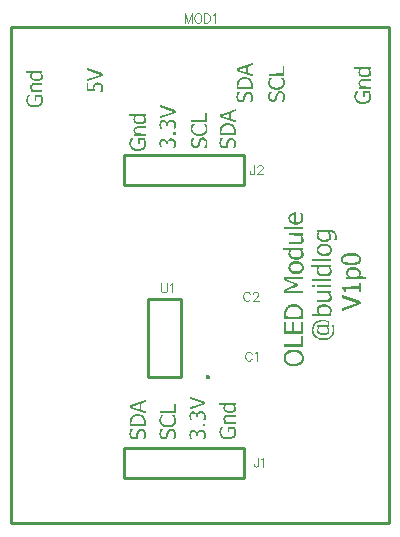
<source format=gbr>
G04 DipTrace 4.1.1.0*
G04 TopSilk.gbr*
%MOIN*%
G04 #@! TF.FileFunction,Legend,Top*
G04 #@! TF.Part,Single*
%ADD10C,0.009843*%
%ADD41C,0.004632*%
%FSLAX26Y26*%
G04*
G70*
G90*
G75*
G01*
G04 TopSilk*
%LPD*%
X769016Y644016D2*
D10*
Y544016D1*
X1169016Y644016D2*
X769016D1*
X1169016Y544016D2*
X769016D1*
X1169016Y644016D2*
Y544016D1*
Y1518440D2*
Y1618440D1*
X769016Y1518440D2*
X1169016D1*
X769016Y1618440D2*
X1169016D1*
X769016Y1518440D2*
Y1618440D1*
X394016Y2047559D2*
Y394016D1*
X1653858D1*
Y2047559D1*
X394016D1*
G36*
X1050207Y887749D2*
X1051213Y887683D1*
X1052201Y887487D1*
X1053155Y887163D1*
X1054058Y886717D1*
X1054896Y886158D1*
X1055654Y885493D1*
X1056318Y884736D1*
X1056878Y883898D1*
X1057323Y882995D1*
X1057647Y882041D1*
X1057844Y881053D1*
X1057909Y880047D1*
X1057844Y879042D1*
X1057647Y878054D1*
X1057323Y877100D1*
X1056878Y876196D1*
X1056318Y875358D1*
X1055654Y874601D1*
X1054896Y873937D1*
X1054058Y873377D1*
X1053155Y872931D1*
X1052201Y872608D1*
X1051213Y872411D1*
X1050207Y872345D1*
X1050181D1*
X1049176Y872411D1*
X1048188Y872608D1*
X1047234Y872931D1*
X1046330Y873377D1*
X1045492Y873937D1*
X1044735Y874601D1*
X1044071Y875358D1*
X1043511Y876196D1*
X1043065Y877100D1*
X1042741Y878054D1*
X1042545Y879042D1*
X1042479Y880047D1*
X1042545Y881053D1*
X1042741Y882041D1*
X1043065Y882995D1*
X1043511Y883898D1*
X1044071Y884736D1*
X1044735Y885493D1*
X1045492Y886158D1*
X1046330Y886717D1*
X1047234Y887163D1*
X1048188Y887487D1*
X1049176Y887683D1*
X1050181Y887749D1*
X1050207D1*
G37*
X960945Y879008D2*
D10*
Y1138839D1*
X850709Y879008D2*
Y1138839D1*
X960945D2*
X850709D1*
X960945Y879008D2*
X850709D1*
G36*
X1104517Y786845D2*
X1104301Y786049D1*
X1103861Y785533D1*
X1103204Y784220D1*
X1102548Y782252D1*
X1101892Y778315D1*
Y776346D1*
X1102548Y773065D1*
X1103204Y771097D1*
X1103861Y769785D1*
X1105173Y767816D1*
X1107798Y765191D1*
X1109766Y763879D1*
X1112391Y762567D1*
X1116328Y761254D1*
X1119609Y760598D1*
X1127483D1*
X1131420Y761254D1*
X1135357Y762567D1*
X1137981Y763879D1*
X1140606Y765848D1*
X1142574Y768472D1*
X1143231Y769785D1*
X1143887Y771753D1*
Y778971D1*
X1143231Y780940D1*
X1141918Y783564D1*
X1139294Y786189D1*
Y786845D1*
X1142574Y787501D1*
Y793407D1*
X1087456D1*
Y787501D1*
X1104517Y786845D1*
X1109766D1*
X1117859Y787501D1*
X1125952D1*
X1134044Y786845D1*
X1135357Y785533D1*
Y784877D1*
X1136669Y782908D1*
X1137325Y780940D1*
X1137981Y780283D1*
Y773722D1*
X1137325Y773065D1*
X1136669Y771753D1*
X1136453Y770957D1*
X1136013Y770441D1*
X1134700Y769785D1*
X1134044Y769128D1*
X1130107Y767816D1*
X1125514Y767160D1*
X1120921D1*
X1116328Y767816D1*
X1114359Y768472D1*
X1111735Y769785D1*
X1108454Y773065D1*
Y773722D1*
X1107798Y775690D1*
X1107141Y776346D1*
Y780283D1*
X1107798Y780940D1*
X1108454Y784220D1*
X1109766Y786845D1*
X1104517D1*
G37*
G36*
X1113703Y753380D2*
X1110422Y752724D1*
X1108454Y752068D1*
X1106485Y750756D1*
X1103861Y748131D1*
X1102548Y745506D1*
X1101892Y742226D1*
Y740257D1*
X1102548Y736976D1*
X1104517Y733039D1*
X1105829Y731071D1*
X1107141Y729758D1*
X1103861Y729102D1*
X1103204Y728446D1*
Y723197D1*
X1103861Y722541D1*
X1142574D1*
Y729102D1*
X1112391Y729758D1*
X1111078Y731071D1*
Y731727D1*
X1109766Y733695D1*
X1109110Y735008D1*
X1108454Y737632D1*
X1107798Y738289D1*
Y741569D1*
X1108454Y742226D1*
Y743538D1*
X1110422Y745506D1*
X1111735Y746163D1*
X1115672Y746819D1*
X1142574Y747475D1*
Y753380D1*
X1113703D1*
G37*
G36*
X1094018Y714010D2*
X1092706Y712698D1*
X1092050Y710730D1*
X1090737Y708105D1*
X1090081Y706136D1*
X1089425Y703512D1*
X1088769Y698262D1*
Y694981D1*
X1089425Y690388D1*
X1090737Y686451D1*
X1092706Y682514D1*
X1094018Y680546D1*
X1096643Y677921D1*
X1099267Y675953D1*
X1103204Y673984D1*
X1107141Y672672D1*
X1109766Y672016D1*
X1123546D1*
X1128795Y673328D1*
X1134044Y675953D1*
X1136013Y677265D1*
X1139294Y680546D1*
X1140606Y682514D1*
X1142574Y686451D1*
X1143231Y688420D1*
X1143887Y691044D1*
Y701543D1*
X1143231Y704824D1*
X1141918Y708761D1*
X1141262Y710073D1*
X1140606Y712042D1*
X1139950Y713354D1*
X1139294Y714010D1*
X1116328D1*
Y695638D1*
X1116984Y694981D1*
X1122233D1*
Y706793D1*
X1127264Y707449D1*
X1132294D1*
X1137325Y706793D1*
Y706136D1*
X1137981Y703512D1*
X1138637Y702856D1*
Y691701D1*
X1137981Y691044D1*
X1137325Y689076D1*
X1136013Y687107D1*
Y686451D1*
X1132732Y683170D1*
X1131420Y682514D1*
X1130763Y681858D1*
X1128139Y680546D1*
X1126170Y679890D1*
X1122889Y679233D1*
X1118515Y678577D1*
X1114140D1*
X1109766Y679233D1*
X1107141Y679890D1*
X1105173Y680546D1*
X1101236Y682514D1*
X1099924Y683827D1*
X1098611Y684483D1*
X1097833Y685220D1*
X1097955Y685795D1*
X1095987Y688420D1*
X1095330Y690388D1*
X1094674Y693013D1*
X1094018Y693669D1*
Y698262D1*
X1094674Y698919D1*
X1095330Y702199D1*
X1095987Y704824D1*
X1097955Y708761D1*
X1099924Y711386D1*
X1101236Y713354D1*
Y714010D1*
X1094018D1*
G37*
G36*
X989687Y814404D2*
Y808499D1*
X990343Y807842D1*
X1033651Y793407D1*
X1032338Y792751D1*
X1002811Y782908D1*
X1000186Y782252D1*
X990343Y778971D1*
X989687Y778315D1*
Y771753D1*
X991000D1*
X998874Y774378D1*
X1021840Y782252D1*
X1040868Y788814D1*
X1042181Y789470D1*
Y796688D1*
X1039556Y798000D1*
X993624Y813748D1*
X991656Y814404D1*
X989687D1*
G37*
G36*
X1023152Y766504D2*
X1021183Y765848D1*
X1019871Y765191D1*
X1015934Y761254D1*
X1014622Y758630D1*
Y756661D1*
X1013822Y755976D1*
X1013063Y756061D1*
X1012653Y756661D1*
Y757974D1*
X1011341Y760598D1*
X1008060Y763879D1*
X1005435Y765191D1*
X1002811Y765848D1*
X999530D1*
X996905Y765191D1*
X994280Y763879D1*
X991000Y760598D1*
X989687Y757974D1*
X989031Y756005D1*
X988375Y751412D1*
Y748787D1*
X989031Y744194D1*
X989687Y741569D1*
X991000Y737632D1*
X992312Y736320D1*
X998217D1*
Y736976D1*
X995593Y742226D1*
X994937Y744194D1*
X994280Y746819D1*
X993624Y747475D1*
Y751412D1*
X994280Y752068D1*
X994937Y754693D1*
Y755349D1*
X997561Y757974D1*
X999530Y758630D1*
X1001061Y759286D1*
X1002592D1*
X1004123Y758630D1*
X1007404Y757317D1*
X1008716Y756661D1*
X1009245Y755814D1*
X1009372Y755349D1*
X1010685Y752724D1*
X1011341Y746163D1*
X1016590D1*
X1017246Y752068D1*
X1017903Y754693D1*
X1018559Y756005D1*
Y756661D1*
X1019871Y757974D1*
X1022496Y759286D1*
X1025558Y759942D1*
X1028620D1*
X1031682Y759286D1*
X1034307Y757974D1*
X1036931Y755349D1*
Y754693D1*
X1037588Y753380D1*
X1038244Y752724D1*
Y744194D1*
X1037588Y743538D1*
X1036931Y741569D1*
X1036275Y740257D1*
X1035619Y738289D1*
X1034307Y736320D1*
X1033651Y735008D1*
X1040212D1*
X1040868Y735664D1*
X1041525Y736976D1*
X1042837Y740913D1*
X1043493Y744194D1*
Y754037D1*
X1042181Y757974D1*
X1040868Y759942D1*
X1036931Y763879D1*
X1034963Y765191D1*
X1031026Y766504D1*
X1023152D1*
G37*
G36*
X1032994Y723853D2*
Y716635D1*
X1033651Y715979D1*
X1042181D1*
Y723853D1*
X1032994D1*
G37*
G36*
X1023152Y704168D2*
X1021183Y703512D1*
X1019871Y702856D1*
X1015934Y698919D1*
X1014622Y696294D1*
Y694325D1*
X1013822Y693641D1*
X1013063Y693725D1*
X1012653Y694325D1*
Y695638D1*
X1011341Y698262D1*
X1008060Y701543D1*
X1005435Y702856D1*
X1002811Y703512D1*
X999530D1*
X996905Y702856D1*
X994280Y701543D1*
X991000Y698262D1*
X989687Y695638D1*
X989031Y693669D1*
X988375Y689076D1*
Y686451D1*
X989031Y681858D1*
X989687Y679233D1*
X991000Y675296D1*
X992312Y673984D1*
X998217D1*
Y674640D1*
X995593Y679890D1*
X994937Y681858D1*
X994280Y684483D1*
X993624Y685139D1*
Y689076D1*
X994280Y689732D1*
X994937Y692357D1*
Y693013D1*
X997561Y695638D1*
X999530Y696294D1*
X1001061Y696950D1*
X1002592D1*
X1004123Y696294D1*
X1007404Y694981D1*
X1008716Y694325D1*
X1009245Y693478D1*
X1009372Y693013D1*
X1010685Y690388D1*
X1011341Y683827D1*
X1016590D1*
X1017246Y689732D1*
X1017903Y692357D1*
X1018559Y693669D1*
Y694325D1*
X1019871Y695638D1*
X1022496Y696950D1*
X1025558Y697606D1*
X1028620D1*
X1031682Y696950D1*
X1034307Y695638D1*
X1036931Y693013D1*
Y692357D1*
X1037588Y691044D1*
X1038244Y690388D1*
Y681858D1*
X1037588Y681202D1*
X1036931Y679233D1*
X1036275Y677921D1*
X1035619Y675953D1*
X1034307Y673984D1*
X1033651Y672672D1*
X1040212D1*
X1040868Y673328D1*
X1041525Y674640D1*
X1042837Y678577D1*
X1043493Y681858D1*
Y691701D1*
X1042181Y695638D1*
X1040868Y697606D1*
X1036931Y701543D1*
X1034963Y702856D1*
X1031026Y704168D1*
X1023152D1*
G37*
G36*
X936538Y789470D2*
Y766504D1*
X889950Y765848D1*
Y759286D1*
X942443D1*
Y789470D1*
X936538D1*
G37*
G36*
X893231Y752068D2*
X893015Y751272D1*
X892574Y750756D1*
X890606Y746819D1*
X889950Y744850D1*
X889294Y742226D1*
X888637Y737632D1*
Y734352D1*
X889294Y729758D1*
X889950Y727790D1*
X892574Y722541D1*
X897824Y717291D1*
X901105Y715323D1*
X904385Y714010D1*
X906354Y713354D1*
X909635Y712698D1*
X923414D1*
X926695Y713354D1*
X930632Y714667D1*
X933257Y715979D1*
X935225Y717291D1*
X940475Y722541D1*
X942443Y726478D1*
X943099Y728446D1*
X943756Y731071D1*
Y740913D1*
X943099Y743538D1*
X941787Y747475D1*
X939819Y751412D1*
X939162Y752068D1*
X931288D1*
X934569Y748131D1*
X935882Y746163D1*
X937194Y743538D1*
X937850Y740913D1*
X938506Y740257D1*
Y731727D1*
X937850Y731071D1*
X936538Y728446D1*
X935225Y726478D1*
X935010Y725682D1*
X934569Y725165D1*
X933257Y724509D1*
X931945Y723197D1*
X928008Y721228D1*
X926039Y720572D1*
X923414Y719916D1*
X918821Y719260D1*
X914228D1*
X909635Y719916D1*
X907010Y720572D1*
X903073Y721884D1*
X902417Y722541D1*
X899792Y723853D1*
X897168Y726478D1*
Y727134D1*
X895855Y729102D1*
X895199Y730415D1*
X894543Y733039D1*
X893887Y733695D1*
Y738289D1*
X894543Y738945D1*
X895199Y742226D1*
X897168Y746163D1*
X898480Y748131D1*
X901105Y751412D1*
Y752068D1*
X893231D1*
G37*
G36*
X924727Y707449D2*
X922758Y706793D1*
X920133Y705480D1*
X916853Y702199D1*
X914884Y698262D1*
X914228Y696294D1*
X911603Y685795D1*
X910291Y683170D1*
Y682514D1*
X908979Y681202D1*
X906354Y679890D1*
X904167Y679233D1*
X901980D1*
X899792Y679890D1*
X898480Y680546D1*
X895855Y683170D1*
Y683827D1*
X895199Y685139D1*
X894543Y687764D1*
X893887Y688420D1*
Y693013D1*
X894543Y693669D1*
X895199Y696294D1*
X895855Y698262D1*
X897824Y702199D1*
X899792Y704824D1*
Y705480D1*
X891918D1*
X891262Y704168D1*
X889950Y700231D1*
X889294Y697606D1*
X888637Y691701D1*
Y688420D1*
X889294Y684483D1*
X889950Y682514D1*
X891918Y678577D1*
X895199Y675296D1*
X897168Y673984D1*
X898480Y673328D1*
X900448Y672672D1*
X907666D1*
X909635Y673328D1*
X912259Y674640D1*
X915540Y677921D1*
X917509Y681858D1*
X918165Y683827D1*
X920790Y694325D1*
X921446Y696294D1*
Y696950D1*
X923414Y698919D1*
X926039Y700231D1*
X928008Y700887D1*
X929976D1*
X933913Y699575D1*
X937194Y696294D1*
Y695638D1*
X937850Y694325D1*
X938506Y693669D1*
Y684483D1*
X937850Y683827D1*
X937194Y681202D1*
X935225Y677265D1*
X933913Y675296D1*
X931288Y672016D1*
X939819D1*
X940475Y672672D1*
X941131Y674640D1*
X941787Y675953D1*
X943099Y679890D1*
X943756Y683170D1*
Y694325D1*
X943099Y696950D1*
X941787Y699575D1*
X940475Y701543D1*
X937194Y704824D1*
X933257Y706793D1*
X931288Y707449D1*
X924727D1*
G37*
G36*
X799399Y788157D2*
X791525Y785533D1*
X790212Y784877D1*
Y777002D1*
X790868Y776346D1*
X831551Y762567D1*
X841393Y759286D1*
X842706D1*
Y765848D1*
X840081Y766504D1*
X828270Y770441D1*
X827614Y771097D1*
Y790126D1*
X828270Y790782D1*
X842050Y795375D1*
X842706Y796031D1*
Y802593D1*
X799399Y788157D1*
X819740D1*
X820615Y788814D1*
X821490D1*
X822364Y788157D1*
Y773065D1*
X821564Y772381D1*
X820806Y772466D1*
X820396Y773065D1*
X818427Y773722D1*
X815803Y774378D1*
X798086Y780283D1*
Y780940D1*
X819740Y788157D1*
X799399D1*
G37*
G36*
X797430Y749443D2*
X795462Y747475D1*
X794149Y745506D1*
X792181Y741569D1*
X791525Y739601D1*
X790868Y736976D1*
X790212Y729758D1*
Y715323D1*
X842706D1*
Y735664D1*
X842050Y738945D1*
X841393Y740913D1*
X838769Y746163D1*
X832863Y752068D1*
X827614Y754693D1*
X823677Y756005D1*
X819740Y756661D1*
X813834D1*
X809241Y756005D1*
X805304Y754693D1*
X801367Y752724D1*
X799399Y751412D1*
X797430Y749443D1*
X814490D1*
X816022Y750100D1*
X817553D1*
X819084Y749443D1*
X824333Y748787D1*
X826301Y748131D1*
X830238Y746163D1*
X834832Y741569D1*
Y740913D1*
X835488Y739601D1*
X836144Y737632D1*
X836800Y735008D1*
X837456Y734352D1*
Y722541D1*
X823458Y721884D1*
X809460D1*
X795462Y722541D1*
Y731071D1*
X796118Y731727D1*
X796774Y736320D1*
X797430Y738289D1*
X798742Y740913D1*
X800055Y742882D1*
Y743538D1*
X801367Y744850D1*
X802679Y745506D1*
X803336Y746163D1*
X807273Y748131D1*
X809241Y748787D1*
X814490Y749443D1*
X797430D1*
G37*
G36*
X824989Y707449D2*
X823021Y706793D1*
X820396Y705480D1*
X817115Y702199D1*
X815147Y698262D1*
X814490Y696294D1*
X811866Y685795D1*
X810553Y683170D1*
Y682514D1*
X809241Y681202D1*
X806616Y679890D1*
X804429Y679233D1*
X802242D1*
X800055Y679890D1*
X798742Y680546D1*
X796118Y683170D1*
Y683827D1*
X795462Y685139D1*
X794805Y687764D1*
X794149Y688420D1*
Y693013D1*
X794805Y693669D1*
X795462Y696294D1*
X796118Y698262D1*
X798086Y702199D1*
X800055Y704824D1*
Y705480D1*
X792181D1*
X791525Y704168D1*
X790212Y700231D1*
X789556Y697606D1*
X788900Y691701D1*
Y688420D1*
X789556Y684483D1*
X790212Y682514D1*
X792181Y678577D1*
X795462Y675296D1*
X797430Y673984D1*
X798742Y673328D1*
X800711Y672672D1*
X807929D1*
X809897Y673328D1*
X812522Y674640D1*
X815803Y677921D1*
X817771Y681858D1*
X818427Y683827D1*
X821052Y694325D1*
X821708Y696294D1*
Y696950D1*
X823677Y698919D1*
X826301Y700231D1*
X828270Y700887D1*
X830238D1*
X834175Y699575D1*
X837456Y696294D1*
Y695638D1*
X838112Y694325D1*
X838769Y693669D1*
Y684483D1*
X838112Y683827D1*
X837456Y681202D1*
X835488Y677265D1*
X834175Y675296D1*
X831551Y672016D1*
X840081D1*
X840737Y672672D1*
X841393Y674640D1*
X842050Y675953D1*
X843362Y679890D1*
X844018Y683170D1*
Y694325D1*
X843362Y696950D1*
X842050Y699575D1*
X840737Y701543D1*
X837456Y704824D1*
X833519Y706793D1*
X831551Y707449D1*
X824989D1*
G37*
G36*
X1322102Y1420769D2*
X1321843Y1419814D1*
X1321315Y1419194D1*
X1319740Y1416044D1*
X1318952Y1411320D1*
Y1408170D1*
X1319740Y1403446D1*
X1320527Y1401084D1*
X1322102Y1397934D1*
X1328401Y1391635D1*
X1333126Y1389273D1*
X1336275Y1388485D1*
X1340212Y1387698D1*
X1348874D1*
X1352811Y1388485D1*
X1355173Y1389273D1*
X1359897Y1391635D1*
X1365409Y1397147D1*
X1366984Y1400296D1*
X1368559Y1405021D1*
Y1416832D1*
X1367771Y1419981D1*
X1366196Y1424706D1*
X1365409Y1426281D1*
X1364622Y1427068D1*
X1357535D1*
Y1426281D1*
X1359110Y1423919D1*
X1359897Y1422344D1*
X1361472Y1417619D1*
X1362259Y1416832D1*
Y1406596D1*
X1361472Y1405808D1*
X1360685Y1403446D1*
Y1402659D1*
X1355960Y1397934D1*
X1354385Y1397147D1*
X1352023Y1396359D1*
X1349399Y1395572D1*
X1346774D1*
X1344149Y1396359D1*
Y1428643D1*
X1341000D1*
X1333126Y1427856D1*
X1330763Y1427068D1*
X1326039Y1424706D1*
X1322102Y1420769D1*
X1337063D1*
X1337651Y1421275D1*
X1338059Y1421229D1*
X1338637Y1420769D1*
Y1396359D1*
X1337063Y1395572D1*
X1335488D1*
X1329189Y1398722D1*
X1326826Y1401084D1*
Y1401871D1*
X1326039Y1403446D1*
X1325252Y1405808D1*
X1324464Y1406596D1*
Y1411320D1*
X1325252Y1412107D1*
X1326826Y1416044D1*
X1326980Y1416603D1*
X1327614Y1417619D1*
X1329189Y1418407D1*
X1329976Y1419194D1*
X1332338Y1419981D1*
X1337063Y1420769D1*
X1322102D1*
G37*
G36*
X1302417Y1379037D2*
Y1371950D1*
X1367771D1*
Y1379037D1*
X1302417D1*
G37*
G36*
X1321315Y1359352D2*
X1320527Y1358564D1*
Y1352265D1*
X1321315Y1351478D1*
X1357535Y1350690D1*
X1359110Y1349115D1*
Y1348328D1*
X1361472Y1343604D1*
X1362259Y1342816D1*
Y1334942D1*
X1361472Y1334155D1*
Y1333367D1*
X1359897Y1331793D1*
X1358322Y1331005D1*
X1355173Y1330218D1*
X1320527Y1329430D1*
Y1322344D1*
X1356748D1*
X1359897Y1323131D1*
X1364622Y1325493D1*
X1366984Y1327856D1*
X1368559Y1330218D1*
X1369346Y1332580D1*
Y1341241D1*
X1368559Y1343604D1*
X1367771Y1345178D1*
X1366196Y1347541D1*
X1363834Y1349903D1*
Y1350690D1*
X1367771Y1351478D1*
Y1359352D1*
X1321315D1*
G37*
G36*
X1322102Y1302659D2*
X1321843Y1301703D1*
X1321315Y1301084D1*
X1320527Y1299509D1*
X1319740Y1297147D1*
X1318952Y1292422D1*
Y1290060D1*
X1319740Y1286123D1*
X1320527Y1283761D1*
X1321315Y1282186D1*
X1322889Y1279824D1*
X1326039Y1276674D1*
X1328401Y1275100D1*
X1331551Y1273525D1*
X1336275Y1271950D1*
X1340212Y1271163D1*
X1349661D1*
X1354385Y1271950D1*
X1359110Y1273525D1*
X1362259Y1275100D1*
X1365409Y1277462D1*
X1367771Y1280611D1*
X1368559Y1282186D1*
X1369346Y1284548D1*
Y1293210D1*
X1368559Y1295572D1*
X1366984Y1298722D1*
X1363834Y1301871D1*
Y1302659D1*
X1367771Y1303446D1*
Y1310533D1*
X1301630D1*
Y1303446D1*
X1322102Y1302659D1*
X1328401D1*
X1338112Y1303446D1*
X1347824D1*
X1357535Y1302659D1*
X1359110Y1301084D1*
Y1300296D1*
X1360685Y1297934D1*
X1361472Y1295572D1*
X1362259Y1294785D1*
Y1286911D1*
X1361472Y1286123D1*
X1360685Y1284548D1*
X1360426Y1283593D1*
X1359897Y1282974D1*
X1358322Y1282186D1*
X1357535Y1281399D1*
X1352811Y1279824D1*
X1347299Y1279037D1*
X1341787D1*
X1336275Y1279824D1*
X1333913Y1280611D1*
X1330763Y1282186D1*
X1326826Y1286123D1*
Y1286911D1*
X1326039Y1289273D1*
X1325252Y1290060D1*
Y1294785D1*
X1326039Y1295572D1*
X1326826Y1299509D1*
X1328401Y1302659D1*
X1322102D1*
G37*
G36*
X1323677Y1257777D2*
X1322102Y1256202D1*
X1320527Y1253052D1*
X1319740Y1250690D1*
X1318952Y1246753D1*
Y1243604D1*
X1319740Y1238879D1*
X1320527Y1236517D1*
X1321315Y1234942D1*
X1322889Y1232580D1*
X1326826Y1228643D1*
X1329189Y1227068D1*
X1330763Y1226281D1*
X1335488Y1224706D1*
X1340212Y1223919D1*
X1348874D1*
X1353598Y1224706D1*
X1355960Y1225493D1*
X1360685Y1227856D1*
X1363047Y1229430D1*
X1365409Y1231793D1*
X1366984Y1234155D1*
X1368559Y1237304D1*
X1369346Y1239667D1*
Y1249903D1*
X1367771Y1254627D1*
X1366196Y1256989D1*
X1361472Y1261714D1*
X1356748Y1264076D1*
X1354385Y1264863D1*
X1350448Y1265651D1*
X1338637D1*
X1334700Y1264863D1*
X1332338Y1264076D1*
X1327614Y1261714D1*
X1323677Y1257777D1*
X1341000D1*
X1343362Y1258564D1*
X1345724D1*
X1348086Y1257777D1*
X1353598Y1256989D1*
X1355960Y1256202D1*
X1357535Y1255415D1*
X1358322Y1254627D1*
X1359897Y1253840D1*
X1360532Y1252823D1*
X1360685Y1252265D1*
X1362259Y1249903D1*
X1363047Y1249115D1*
Y1241241D1*
X1362259Y1240454D1*
Y1238879D1*
X1358322Y1234942D1*
X1355173Y1233367D1*
X1352023Y1232580D1*
X1346774Y1231793D1*
X1341525D1*
X1336275Y1232580D1*
X1331551Y1234155D1*
X1330763Y1234942D1*
X1329189Y1235730D1*
X1327614Y1237304D1*
Y1238092D1*
X1326826Y1239667D1*
X1326039Y1242029D1*
X1325252Y1242816D1*
Y1246753D1*
X1326039Y1247541D1*
X1326826Y1250690D1*
Y1251478D1*
X1329976Y1254627D1*
X1333126Y1256202D1*
X1335488Y1256989D1*
X1341000Y1257777D1*
X1323677D1*
G37*
G36*
X1304779Y1213682D2*
Y1203446D1*
X1305567Y1202659D1*
X1310291Y1200296D1*
X1337850Y1188485D1*
X1340212Y1187698D1*
Y1186911D1*
X1337850Y1186123D1*
X1309504Y1173525D1*
X1304779Y1171163D1*
Y1160139D1*
X1367771D1*
Y1167226D1*
X1313441Y1168013D1*
X1315015Y1168800D1*
X1317378Y1169588D1*
X1322889Y1171950D1*
X1329976Y1175100D1*
X1335488Y1177462D1*
X1342574Y1180611D1*
X1348086Y1182974D1*
X1349661Y1183761D1*
X1350448Y1184548D1*
Y1189273D1*
X1345724Y1191635D1*
X1331551Y1197934D1*
X1326039Y1200296D1*
X1318952Y1203446D1*
X1316590Y1204233D1*
X1313441Y1205808D1*
X1367771Y1206596D1*
Y1213682D1*
X1304779D1*
G37*
G36*
X1313441Y1114470D2*
X1311078Y1112107D1*
X1309504Y1109745D1*
X1307141Y1105021D1*
X1306354Y1102659D1*
X1305567Y1099509D1*
X1304779Y1090848D1*
Y1073525D1*
X1367771D1*
Y1097934D1*
X1366984Y1101871D1*
X1366196Y1104233D1*
X1363047Y1110533D1*
X1355960Y1117619D1*
X1349661Y1120769D1*
X1344937Y1122344D1*
X1340212Y1123131D1*
X1333126D1*
X1327614Y1122344D1*
X1322889Y1120769D1*
X1318165Y1118407D1*
X1315803Y1116832D1*
X1313441Y1114470D1*
X1333913D1*
X1335750Y1115257D1*
X1337588D1*
X1339425Y1114470D1*
X1345724Y1113682D1*
X1348086Y1112895D1*
X1352811Y1110533D1*
X1358322Y1105021D1*
Y1104233D1*
X1359110Y1102659D1*
X1359897Y1100296D1*
X1360685Y1097147D1*
X1361472Y1096359D1*
Y1082186D1*
X1344674Y1081399D1*
X1327876D1*
X1311078Y1082186D1*
Y1092422D1*
X1311866Y1093210D1*
X1312653Y1098722D1*
X1313441Y1101084D1*
X1315015Y1104233D1*
X1316590Y1106596D1*
Y1107383D1*
X1318165Y1108958D1*
X1319740Y1109745D1*
X1320527Y1110533D1*
X1325252Y1112895D1*
X1327614Y1113682D1*
X1333913Y1114470D1*
X1313441D1*
G37*
G36*
X1304779Y1064076D2*
Y1024706D1*
X1367771D1*
Y1064076D1*
X1360685D1*
Y1033367D1*
X1352811Y1032580D1*
X1344937D1*
X1337063Y1033367D1*
Y1061714D1*
X1329976D1*
Y1033367D1*
X1323939Y1032580D1*
X1317903D1*
X1311866Y1033367D1*
Y1064076D1*
X1304779D1*
G37*
G36*
X1360685Y1017619D2*
Y990060D1*
X1304779Y989273D1*
Y981399D1*
X1367771D1*
Y1017619D1*
X1360685D1*
G37*
G36*
X1311078Y962501D2*
X1307929Y959352D1*
X1306354Y956989D1*
X1305567Y955415D1*
X1303992Y950690D1*
X1303204Y945178D1*
Y941241D1*
X1303992Y936517D1*
X1304779Y933367D1*
X1307141Y928643D1*
X1308716Y926281D1*
X1312653Y922344D1*
X1315015Y920769D1*
X1319740Y918407D1*
X1324464Y916832D1*
X1327614Y916044D1*
X1344937D1*
X1348874Y916832D1*
X1353598Y918407D1*
X1356748Y919981D1*
X1359110Y921556D1*
X1362259Y923919D1*
X1363047Y924706D1*
X1365409Y927856D1*
X1366984Y930218D1*
X1367771Y932580D1*
X1368559Y934155D1*
X1369346Y937304D1*
Y949115D1*
X1368559Y952265D1*
X1367771Y954627D1*
X1366196Y957777D1*
X1364622Y960139D1*
X1359897Y964863D1*
X1357535Y966438D1*
X1352811Y968800D1*
X1350448Y969588D1*
X1347299Y970375D1*
X1342574Y971163D1*
X1330763D1*
X1326039Y970375D1*
X1322889Y969588D1*
X1320527Y968800D1*
X1314228Y965651D1*
X1311078Y962501D1*
X1330763D1*
X1334700Y963289D1*
X1338637D1*
X1342574Y962501D1*
X1347299Y961714D1*
X1350448Y960926D1*
X1355173Y958564D1*
X1355960Y957777D1*
X1357535Y956989D1*
X1359897Y954627D1*
Y953840D1*
X1361472Y951478D1*
X1362259Y949115D1*
X1363047Y948328D1*
Y938092D1*
X1362259Y937304D1*
X1360685Y934155D1*
Y933367D1*
X1355960Y928643D1*
X1351236Y926281D1*
X1348874Y925493D1*
X1344937Y924706D1*
X1339425Y923919D1*
X1333913D1*
X1328401Y924706D1*
X1324464Y925493D1*
X1322102Y926281D1*
X1317378Y928643D1*
X1316590Y929430D1*
X1315015Y930218D1*
X1313441Y931793D1*
Y932580D1*
X1311866Y934942D1*
X1311078Y936517D1*
X1310291Y939667D1*
X1309504Y940454D1*
Y945966D1*
X1310291Y946753D1*
X1311078Y949903D1*
X1311866Y952265D1*
Y953052D1*
X1316590Y957777D1*
X1322889Y960926D1*
X1326039Y961714D1*
X1330763Y962501D1*
X1311078D1*
G37*
G36*
X1415803Y1361714D2*
X1415544Y1360759D1*
X1415015Y1360139D1*
X1414228Y1357777D1*
X1413441Y1356202D1*
X1412653Y1351478D1*
Y1349115D1*
X1413441Y1345178D1*
X1414228Y1342816D1*
X1415015Y1341241D1*
X1416590Y1338879D1*
X1420527Y1334942D1*
X1426826Y1331793D1*
X1429189Y1331005D1*
X1433126Y1330218D1*
X1442574D1*
X1446511Y1331005D1*
X1449661Y1331793D1*
X1452811Y1333367D1*
X1455173Y1334942D1*
X1458322Y1338092D1*
X1459897Y1341241D1*
X1460685Y1343604D1*
Y1353052D1*
X1459897Y1355415D1*
X1458322Y1358564D1*
X1455960Y1360926D1*
Y1361714D1*
X1458847Y1362501D1*
X1461735D1*
X1464622Y1361714D1*
X1466984Y1360926D1*
X1470133Y1359352D1*
X1471708Y1357777D1*
Y1356989D1*
X1472496Y1355415D1*
X1473283Y1354627D1*
Y1343604D1*
X1472496Y1342816D1*
X1470921Y1336517D1*
X1470133Y1334942D1*
X1478008D1*
X1478795Y1337304D1*
X1479582Y1341241D1*
Y1354627D1*
X1478795Y1357777D1*
X1477220Y1360926D1*
X1475645Y1363289D1*
X1473283Y1365651D1*
X1468559Y1368013D1*
X1466196Y1368800D1*
X1462259Y1369588D1*
X1414228D1*
Y1363289D1*
X1415803Y1361714D1*
X1422102D1*
X1431288Y1362501D1*
X1440475D1*
X1449661Y1361714D1*
X1452023Y1359352D1*
Y1358564D1*
X1452811Y1356989D1*
X1453598Y1354627D1*
X1454385Y1353840D1*
Y1345966D1*
X1453598Y1345178D1*
Y1343604D1*
X1451236Y1341241D1*
X1448086Y1339667D1*
X1445724Y1338879D1*
X1440475Y1338092D1*
X1435225D1*
X1429976Y1338879D1*
X1427614Y1339667D1*
X1424464Y1341241D1*
X1420527Y1345178D1*
Y1345966D1*
X1419740Y1348328D1*
X1418952Y1349115D1*
Y1353840D1*
X1419740Y1354627D1*
X1420527Y1357777D1*
X1421315Y1360139D1*
X1422102Y1361714D1*
X1415803D1*
G37*
G36*
X1417378Y1316832D2*
X1415803Y1315257D1*
X1414228Y1312107D1*
X1413441Y1309745D1*
X1412653Y1305808D1*
Y1302659D1*
X1413441Y1297934D1*
X1414228Y1295572D1*
X1415015Y1293997D1*
X1416590Y1291635D1*
X1420527Y1287698D1*
X1422889Y1286123D1*
X1424464Y1285336D1*
X1429189Y1283761D1*
X1433913Y1282974D1*
X1442574D1*
X1447299Y1283761D1*
X1449661Y1284548D1*
X1454385Y1286911D1*
X1456748Y1288485D1*
X1459110Y1290848D1*
X1460685Y1293210D1*
X1462259Y1296359D1*
X1463047Y1298722D1*
Y1308958D1*
X1461472Y1313682D1*
X1459897Y1316044D1*
X1455173Y1320769D1*
X1450448Y1323131D1*
X1448086Y1323919D1*
X1444149Y1324706D1*
X1432338D1*
X1428401Y1323919D1*
X1426039Y1323131D1*
X1421315Y1320769D1*
X1417378Y1316832D1*
X1434700D1*
X1437063Y1317619D1*
X1439425D1*
X1441787Y1316832D1*
X1447299Y1316044D1*
X1449661Y1315257D1*
X1451236Y1314470D1*
X1452023Y1313682D1*
X1453598Y1312895D1*
X1454232Y1311878D1*
X1454385Y1311320D1*
X1455960Y1308958D1*
X1456748Y1308170D1*
Y1300296D1*
X1455960Y1299509D1*
Y1297934D1*
X1452023Y1293997D1*
X1448874Y1292422D1*
X1445724Y1291635D1*
X1440475Y1290848D1*
X1435225D1*
X1429976Y1291635D1*
X1425252Y1293210D1*
X1424464Y1293997D1*
X1422889Y1294785D1*
X1421315Y1296359D1*
Y1297147D1*
X1420527Y1298722D1*
X1419740Y1301084D1*
X1418952Y1301871D1*
Y1305808D1*
X1419740Y1306596D1*
X1420527Y1309745D1*
Y1310533D1*
X1423677Y1313682D1*
X1426826Y1315257D1*
X1429189Y1316044D1*
X1434700Y1316832D1*
X1417378D1*
G37*
G36*
X1396118Y1274312D2*
Y1267226D1*
X1461472D1*
Y1274312D1*
X1396118D1*
G37*
G36*
X1415803Y1246753D2*
X1415544Y1245798D1*
X1415015Y1245178D1*
X1414228Y1243604D1*
X1413441Y1241241D1*
X1412653Y1236517D1*
Y1234155D1*
X1413441Y1230218D1*
X1414228Y1227856D1*
X1415015Y1226281D1*
X1416590Y1223919D1*
X1419740Y1220769D1*
X1422102Y1219194D1*
X1425252Y1217619D1*
X1429976Y1216044D1*
X1433913Y1215257D1*
X1443362D1*
X1448086Y1216044D1*
X1452811Y1217619D1*
X1455960Y1219194D1*
X1459110Y1221556D1*
X1461472Y1224706D1*
X1462259Y1226281D1*
X1463047Y1228643D1*
Y1237304D1*
X1462259Y1239667D1*
X1460685Y1242816D1*
X1457535Y1245966D1*
Y1246753D1*
X1461472Y1247541D1*
Y1254627D1*
X1395330D1*
Y1247541D1*
X1415803Y1246753D1*
X1422102D1*
X1431813Y1247541D1*
X1441525D1*
X1451236Y1246753D1*
X1452811Y1245178D1*
Y1244391D1*
X1454385Y1242029D1*
X1455173Y1239667D1*
X1455960Y1238879D1*
Y1231005D1*
X1455173Y1230218D1*
X1454385Y1228643D1*
X1454127Y1227688D1*
X1453598Y1227068D1*
X1452023Y1226281D1*
X1451236Y1225493D1*
X1446511Y1223919D1*
X1441000Y1223131D1*
X1435488D1*
X1429976Y1223919D1*
X1427614Y1224706D1*
X1424464Y1226281D1*
X1420527Y1230218D1*
Y1231005D1*
X1419740Y1233367D1*
X1418952Y1234155D1*
Y1238879D1*
X1419740Y1239667D1*
X1420527Y1243604D1*
X1422102Y1246753D1*
X1415803D1*
G37*
G36*
X1396118Y1206596D2*
Y1199509D1*
X1461472D1*
Y1206596D1*
X1396118D1*
G37*
G36*
X1399267Y1187698D2*
X1398480Y1186911D1*
Y1179037D1*
X1406354D1*
Y1187698D1*
X1399267D1*
G37*
G36*
X1414228Y1186911D2*
Y1179824D1*
X1461472D1*
Y1186911D1*
X1414228D1*
G37*
G36*
X1415015Y1167226D2*
X1414228Y1166438D1*
Y1160139D1*
X1415015Y1159352D1*
X1451236Y1158564D1*
X1452811Y1156989D1*
Y1156202D1*
X1455173Y1151478D1*
X1455960Y1150690D1*
Y1142816D1*
X1455173Y1142029D1*
Y1141241D1*
X1453598Y1139667D1*
X1452023Y1138879D1*
X1448874Y1138092D1*
X1414228Y1137304D1*
Y1130218D1*
X1450448D1*
X1453598Y1131005D1*
X1458322Y1133367D1*
X1460685Y1135730D1*
X1462259Y1138092D1*
X1463047Y1140454D1*
Y1149115D1*
X1462259Y1151478D1*
X1461472Y1153052D1*
X1459897Y1155415D1*
X1457535Y1157777D1*
Y1158564D1*
X1461472Y1159352D1*
Y1167226D1*
X1415015D1*
G37*
G36*
X1415803Y1113682D2*
X1415015Y1112895D1*
X1413441Y1109745D1*
X1412653Y1105808D1*
Y1103446D1*
X1413441Y1099509D1*
X1414228Y1097147D1*
X1415015Y1095572D1*
X1416590Y1093210D1*
X1418952Y1090848D1*
X1396905Y1090060D1*
X1396118Y1089273D1*
Y1082974D1*
X1396905Y1082186D1*
X1461472D1*
Y1089273D1*
X1459897Y1090060D1*
X1460050Y1090618D1*
X1460685Y1091635D1*
X1462259Y1094785D1*
X1463047Y1097147D1*
Y1106596D1*
X1462259Y1108958D1*
X1461472Y1110533D1*
X1459897Y1112895D1*
X1456748Y1116044D1*
X1454385Y1117619D1*
X1449661Y1119981D1*
X1447299Y1120769D1*
X1444149Y1121556D1*
X1429976D1*
X1426826Y1120769D1*
X1422102Y1119194D1*
X1419740Y1117619D1*
X1416590Y1115257D1*
X1415803Y1113682D1*
X1433126D1*
X1436275Y1114470D1*
X1439425D1*
X1442574Y1113682D1*
X1447299Y1112895D1*
X1449661Y1112107D1*
X1451236Y1111320D1*
X1452023Y1110533D1*
X1453598Y1109745D1*
X1455173Y1108170D1*
Y1107383D1*
X1455960Y1105808D1*
X1456748Y1105021D1*
Y1095572D1*
X1455960Y1094785D1*
X1455173Y1092422D1*
X1454914Y1091467D1*
X1454385Y1090848D1*
X1444412Y1090060D1*
X1434438D1*
X1424464Y1090848D1*
X1423530Y1091733D1*
X1423677Y1092422D1*
X1422102Y1094785D1*
X1421315Y1097147D1*
X1420527Y1100296D1*
X1419740Y1101084D1*
Y1105021D1*
X1420527Y1105808D1*
X1422102Y1108958D1*
X1424464Y1111320D1*
X1426039Y1112107D1*
X1428401Y1112895D1*
X1433126Y1113682D1*
X1415803D1*
G37*
G36*
X1416590Y1045178D2*
X1415803Y1044391D1*
X1414228Y1041241D1*
X1413441Y1037304D1*
Y1034942D1*
X1414228Y1031005D1*
X1415803Y1027856D1*
X1420527Y1023131D1*
X1422889Y1021556D1*
X1424464Y1020769D1*
X1427614Y1019981D1*
X1431551Y1019194D1*
X1438637D1*
X1443362Y1019981D1*
X1445724Y1020769D1*
X1448874Y1022344D1*
X1451236Y1023919D1*
X1452811Y1025493D1*
X1454385Y1027856D1*
X1455173Y1030218D1*
Y1038092D1*
X1454385Y1040454D1*
X1452811Y1042816D1*
X1450448Y1045178D1*
X1452023Y1045966D1*
X1455173Y1046753D1*
Y1064863D1*
X1448874Y1068013D1*
X1444149Y1069588D1*
X1440212Y1070375D1*
X1426039D1*
X1422102Y1069588D1*
X1417378Y1068013D1*
X1411078Y1064863D1*
X1408716Y1063289D1*
X1403204Y1057777D1*
X1401630Y1055415D1*
X1399267Y1050690D1*
X1397693Y1045966D1*
X1396905Y1039667D1*
Y1035730D1*
X1397693Y1030218D1*
X1398480Y1027068D1*
X1399267Y1024706D1*
X1401630Y1019981D1*
X1403992Y1016832D1*
X1411078Y1009745D1*
X1413441Y1008170D1*
X1419740Y1005021D1*
X1422102Y1004233D1*
X1425252Y1003446D1*
X1429976Y1002659D1*
X1438637D1*
X1443362Y1003446D1*
X1446511Y1004233D1*
X1451236Y1005808D1*
X1454385Y1007383D1*
X1456748Y1008958D1*
X1459897Y1011320D1*
X1463834Y1015257D1*
X1466196Y1018407D1*
X1469346Y1024706D1*
X1470133Y1027068D1*
X1470921Y1031005D1*
Y1046753D1*
X1470133Y1051478D1*
X1465409D1*
Y1047541D1*
X1466196Y1046753D1*
Y1031005D1*
X1465409Y1030218D1*
X1464622Y1027068D1*
X1463834Y1024706D1*
X1460685Y1019981D1*
Y1019194D1*
X1457535Y1016044D1*
X1455960Y1015257D1*
X1454385Y1013682D1*
X1449661Y1011320D1*
X1444937Y1009745D1*
X1441000Y1008958D1*
X1436538Y1008170D1*
X1432076D1*
X1427614Y1008958D1*
X1423677Y1009745D1*
X1421315Y1010533D1*
X1415015Y1013682D1*
X1414228Y1014470D1*
X1412653Y1015257D1*
X1406354Y1021556D1*
Y1022344D1*
X1403992Y1027068D1*
X1403204Y1029430D1*
X1402417Y1033367D1*
X1401630Y1034155D1*
Y1041241D1*
X1402417Y1042029D1*
X1403204Y1045966D1*
X1404779Y1050690D1*
X1406354Y1053052D1*
Y1053840D1*
X1411078Y1058564D1*
X1412653Y1059352D1*
X1413441Y1060139D1*
X1418165Y1062501D1*
X1420527Y1063289D1*
X1423677Y1064076D1*
X1429189Y1064863D1*
X1432601Y1065651D1*
X1436013D1*
X1439425Y1064863D1*
X1445724Y1064076D1*
X1448874Y1063289D1*
X1450448Y1062501D1*
X1451236Y1061714D1*
Y1053052D1*
X1415015Y1052265D1*
X1414228Y1051478D1*
Y1045966D1*
X1416590Y1045178D1*
X1421315D1*
X1429451Y1045966D1*
X1437588D1*
X1445724Y1045178D1*
X1446358Y1044162D1*
X1446511Y1043604D1*
X1448086Y1041241D1*
X1448874Y1039667D1*
X1449661Y1038879D1*
Y1031793D1*
X1446511Y1028643D1*
X1444937Y1027856D1*
X1442574Y1027068D1*
X1437850Y1026281D1*
X1436013Y1025493D1*
X1434175D1*
X1432338Y1026281D1*
X1426826Y1027068D1*
X1423677Y1028643D1*
X1419740Y1032580D1*
Y1034155D1*
X1418952Y1034942D1*
Y1038879D1*
X1419740Y1039667D1*
X1420527Y1042816D1*
X1421315Y1044391D1*
Y1045178D1*
X1416590D1*
G37*
G36*
X1498480Y1283761D2*
X1496905Y1282186D1*
X1496118Y1280611D1*
X1495330Y1278249D1*
X1494543Y1274312D1*
Y1271163D1*
X1495330Y1266438D1*
X1497693Y1261714D1*
X1500842Y1258564D1*
X1503204Y1256989D1*
X1506354Y1255415D1*
X1508716Y1254627D1*
X1511866Y1253840D1*
X1515803Y1253052D1*
X1539425D1*
X1543362Y1253840D1*
X1546511Y1254627D1*
X1548874Y1255415D1*
X1553598Y1257777D1*
X1555960Y1259352D1*
X1556748Y1260139D1*
X1558322Y1262501D1*
X1559897Y1265651D1*
X1560685Y1268013D1*
Y1277462D1*
X1559897Y1279824D1*
X1558322Y1282974D1*
X1554385Y1286911D1*
X1552023Y1288485D1*
X1550448Y1289273D1*
X1545724Y1290848D1*
X1542574Y1291635D1*
X1537063Y1292422D1*
X1518952D1*
X1513441Y1291635D1*
X1510291Y1290848D1*
X1505567Y1289273D1*
X1502417Y1287698D1*
X1498480Y1283761D1*
X1515803D1*
X1523677Y1284548D1*
X1531551D1*
X1539425Y1283761D1*
X1544937Y1282974D1*
X1549661Y1281399D1*
X1550448Y1280611D1*
X1552023Y1279824D1*
X1552658Y1278807D1*
X1552811Y1278249D1*
X1553598Y1276674D1*
X1554385Y1275887D1*
Y1268800D1*
X1553598Y1268013D1*
Y1267226D1*
X1551236Y1264863D1*
X1546511Y1262501D1*
X1542574Y1261714D1*
X1532863Y1260926D1*
X1523152D1*
X1513441Y1261714D1*
X1509504Y1262501D1*
X1507141Y1263289D1*
X1505567Y1264076D1*
X1501630Y1268013D1*
Y1269588D1*
X1500842Y1270375D1*
Y1274312D1*
X1501630Y1275100D1*
X1502417Y1277462D1*
Y1278249D1*
X1504779Y1280611D1*
X1506354Y1281399D1*
X1511078Y1282974D1*
X1515803Y1283761D1*
X1498480D1*
G37*
G36*
X1513441Y1238092D2*
X1512653Y1237304D1*
X1511078Y1234155D1*
X1510291Y1230218D1*
Y1227856D1*
X1511078Y1223919D1*
X1514228Y1217619D1*
X1516590Y1215257D1*
X1512653Y1214470D1*
X1511866Y1213682D1*
Y1207383D1*
X1512653Y1206596D1*
X1576433D1*
Y1214470D1*
X1557535Y1215257D1*
X1557688Y1215815D1*
X1558322Y1216832D1*
X1559897Y1221556D1*
Y1231005D1*
X1559110Y1233367D1*
X1558322Y1234942D1*
X1556748Y1237304D1*
X1552811Y1241241D1*
X1550448Y1242816D1*
X1548874Y1243604D1*
X1544149Y1245178D1*
X1541000Y1245966D1*
X1527614D1*
X1524464Y1245178D1*
X1519740Y1243604D1*
X1518165Y1242816D1*
X1515015Y1240454D1*
X1513441Y1238879D1*
Y1238092D1*
X1530763D1*
X1533913Y1238879D1*
X1537063D1*
X1540212Y1238092D1*
X1544149Y1237304D1*
X1546511Y1236517D1*
X1548086Y1235730D1*
X1548874Y1234942D1*
X1550448Y1234155D1*
X1551083Y1233138D1*
X1551236Y1232580D1*
X1552811Y1230218D1*
X1553598Y1229430D1*
Y1219981D1*
X1552811Y1219194D1*
X1552023Y1216832D1*
X1551764Y1215877D1*
X1551236Y1215257D1*
X1541525Y1214470D1*
X1531813D1*
X1522102Y1215257D1*
Y1216044D1*
X1520527Y1218407D1*
X1518952Y1221556D1*
X1518165Y1224706D1*
X1517378Y1225493D1*
Y1229430D1*
X1518165Y1230218D1*
X1519740Y1233367D1*
X1522102Y1235730D1*
X1523677Y1236517D1*
X1526039Y1237304D1*
X1530763Y1238092D1*
X1513441D1*
G37*
G36*
X1554385Y1193210D2*
X1553598Y1192422D1*
Y1182186D1*
X1496118Y1181399D1*
Y1175887D1*
X1500842Y1174312D1*
X1503992Y1171163D1*
Y1169588D1*
X1504779Y1162501D1*
X1509504D1*
Y1173525D1*
X1524202Y1174312D1*
X1538900D1*
X1553598Y1173525D1*
Y1162501D1*
X1559110D1*
Y1193210D1*
X1554385D1*
G37*
G36*
X1496118Y1152265D2*
Y1145178D1*
X1496905Y1144391D1*
X1548874Y1127068D1*
X1547299Y1126281D1*
X1511866Y1114470D1*
X1508716Y1113682D1*
X1496905Y1109745D1*
X1496118Y1108958D1*
Y1101084D1*
X1497693D1*
X1507141Y1104233D1*
X1534700Y1113682D1*
X1557535Y1121556D1*
X1559110Y1122344D1*
Y1131005D1*
X1555960Y1132580D1*
X1500842Y1151478D1*
X1498480Y1152265D1*
X1496118D1*
G37*
G36*
X1099267Y1757974D2*
X1091393Y1755349D1*
X1090081Y1754693D1*
Y1746819D1*
X1090737Y1746163D1*
X1131420Y1732383D1*
X1141262Y1729102D1*
X1142574D1*
Y1735664D1*
X1139950Y1736320D1*
X1128139Y1740257D1*
X1127483Y1740913D1*
Y1759942D1*
X1128139Y1760598D1*
X1141918Y1765191D1*
X1142574Y1765848D1*
Y1772409D1*
X1099267Y1757974D1*
X1119609D1*
X1120483Y1758630D1*
X1121358D1*
X1122233Y1757974D1*
Y1742882D1*
X1121433Y1742197D1*
X1120675Y1742282D1*
X1120265Y1742882D1*
X1118296Y1743538D1*
X1115672Y1744194D1*
X1097955Y1750100D1*
Y1750756D1*
X1119609Y1757974D1*
X1099267D1*
G37*
G36*
X1097299Y1719260D2*
X1095330Y1717291D1*
X1094018Y1715323D1*
X1092050Y1711386D1*
X1091393Y1709417D1*
X1090737Y1706793D1*
X1090081Y1699575D1*
Y1685139D1*
X1142574D1*
Y1705480D1*
X1141918Y1708761D1*
X1141262Y1710730D1*
X1138637Y1715979D1*
X1132732Y1721884D1*
X1127483Y1724509D1*
X1123546Y1725821D1*
X1119609Y1726478D1*
X1113703D1*
X1109110Y1725821D1*
X1105173Y1724509D1*
X1101236Y1722541D1*
X1099267Y1721228D1*
X1097299Y1719260D1*
X1114359D1*
X1115890Y1719916D1*
X1117421D1*
X1118952Y1719260D1*
X1124202Y1718604D1*
X1126170Y1717947D1*
X1130107Y1715979D1*
X1134700Y1711386D1*
Y1710730D1*
X1135357Y1709417D1*
X1136013Y1707449D1*
X1136669Y1704824D1*
X1137325Y1704168D1*
Y1692357D1*
X1123327Y1691701D1*
X1109329D1*
X1095330Y1692357D1*
Y1700887D1*
X1095987Y1701543D1*
X1096643Y1706136D1*
X1097299Y1708105D1*
X1098611Y1710730D1*
X1099924Y1712698D1*
Y1713354D1*
X1101236Y1714667D1*
X1102548Y1715323D1*
X1103204Y1715979D1*
X1107141Y1717947D1*
X1109110Y1718604D1*
X1114359Y1719260D1*
X1097299D1*
G37*
G36*
X1124858Y1677265D2*
X1122889Y1676609D1*
X1120265Y1675296D1*
X1116984Y1672016D1*
X1115015Y1668079D1*
X1114359Y1666110D1*
X1111735Y1655611D1*
X1110422Y1652987D1*
Y1652331D1*
X1109110Y1651018D1*
X1106485Y1649706D1*
X1104298Y1649050D1*
X1102111D1*
X1099924Y1649706D1*
X1098611Y1650362D1*
X1095987Y1652987D1*
Y1653643D1*
X1095330Y1654955D1*
X1094674Y1657580D1*
X1094018Y1658236D1*
Y1662829D1*
X1094674Y1663485D1*
X1095330Y1666110D1*
X1095987Y1668079D1*
X1097955Y1672016D1*
X1099924Y1674640D1*
Y1675296D1*
X1092050D1*
X1091393Y1673984D1*
X1090081Y1670047D1*
X1089425Y1667422D1*
X1088769Y1661517D1*
Y1658236D1*
X1089425Y1654299D1*
X1090081Y1652331D1*
X1092050Y1648394D1*
X1095330Y1645113D1*
X1097299Y1643800D1*
X1098611Y1643144D1*
X1100580Y1642488D1*
X1107798D1*
X1109766Y1643144D1*
X1112391Y1644457D1*
X1115672Y1647737D1*
X1117640Y1651674D1*
X1118296Y1653643D1*
X1120921Y1664142D1*
X1121577Y1666110D1*
Y1666766D1*
X1123546Y1668735D1*
X1126170Y1670047D1*
X1128139Y1670703D1*
X1130107D1*
X1134044Y1669391D1*
X1137325Y1666110D1*
Y1665454D1*
X1137981Y1664142D1*
X1138637Y1663485D1*
Y1654299D1*
X1137981Y1653643D1*
X1137325Y1651018D1*
X1135357Y1647081D1*
X1134044Y1645113D1*
X1131420Y1641832D1*
X1139950D1*
X1140606Y1642488D1*
X1141262Y1644457D1*
X1141918Y1645769D1*
X1143231Y1649706D1*
X1143887Y1652987D1*
Y1664142D1*
X1143231Y1666766D1*
X1141918Y1669391D1*
X1140606Y1671359D1*
X1137325Y1674640D1*
X1133388Y1676609D1*
X1131420Y1677265D1*
X1124858D1*
G37*
G36*
X1299399Y1914798D2*
Y1891832D1*
X1252811Y1891176D1*
Y1884614D1*
X1305304D1*
Y1914798D1*
X1299399D1*
G37*
G36*
X1256092Y1877396D2*
X1255876Y1876600D1*
X1255435Y1876084D1*
X1253467Y1872147D1*
X1252811Y1870178D1*
X1252154Y1867554D1*
X1251498Y1862961D1*
Y1859680D1*
X1252154Y1855086D1*
X1252811Y1853118D1*
X1255435Y1847869D1*
X1260685Y1842619D1*
X1263966Y1840651D1*
X1267246Y1839338D1*
X1269215Y1838682D1*
X1272496Y1838026D1*
X1286275D1*
X1289556Y1838682D1*
X1293493Y1839995D1*
X1296118Y1841307D1*
X1298086Y1842619D1*
X1303336Y1847869D1*
X1305304Y1851806D1*
X1305960Y1853774D1*
X1306616Y1856399D1*
Y1866241D1*
X1305960Y1868866D1*
X1304648Y1872803D1*
X1302679Y1876740D1*
X1302023Y1877396D1*
X1294149D1*
X1297430Y1873459D1*
X1298742Y1871491D1*
X1300055Y1868866D1*
X1300711Y1866241D1*
X1301367Y1865585D1*
Y1857055D1*
X1300711Y1856399D1*
X1299399Y1853774D1*
X1298086Y1851806D1*
X1297871Y1851010D1*
X1297430Y1850493D1*
X1296118Y1849837D1*
X1294805Y1848525D1*
X1290868Y1846556D1*
X1288900Y1845900D1*
X1286275Y1845244D1*
X1281682Y1844588D1*
X1277089D1*
X1272496Y1845244D1*
X1269871Y1845900D1*
X1265934Y1847212D1*
X1265278Y1847869D1*
X1262653Y1849181D1*
X1260029Y1851806D1*
Y1852462D1*
X1258716Y1854430D1*
X1258060Y1855743D1*
X1257404Y1858367D1*
X1256748Y1859023D1*
Y1863617D1*
X1257404Y1864273D1*
X1258060Y1867554D1*
X1260029Y1871491D1*
X1261341Y1873459D1*
X1263966Y1876740D1*
Y1877396D1*
X1256092D1*
G37*
G36*
X1287588Y1832777D2*
X1285619Y1832121D1*
X1282994Y1830808D1*
X1279714Y1827527D1*
X1277745Y1823590D1*
X1277089Y1821622D1*
X1274464Y1811123D1*
X1273152Y1808499D1*
Y1807842D1*
X1271840Y1806530D1*
X1269215Y1805218D1*
X1267028Y1804562D1*
X1264840D1*
X1262653Y1805218D1*
X1261341Y1805874D1*
X1258716Y1808499D1*
Y1809155D1*
X1258060Y1810467D1*
X1257404Y1813092D1*
X1256748Y1813748D1*
Y1818341D1*
X1257404Y1818997D1*
X1258060Y1821622D1*
X1258716Y1823590D1*
X1260685Y1827527D1*
X1262653Y1830152D1*
Y1830808D1*
X1254779D1*
X1254123Y1829496D1*
X1252811Y1825559D1*
X1252154Y1822934D1*
X1251498Y1817029D1*
Y1813748D1*
X1252154Y1809811D1*
X1252811Y1807842D1*
X1254779Y1803905D1*
X1258060Y1800625D1*
X1260029Y1799312D1*
X1261341Y1798656D1*
X1263309Y1798000D1*
X1270527D1*
X1272496Y1798656D1*
X1275120Y1799968D1*
X1278401Y1803249D1*
X1280370Y1807186D1*
X1281026Y1809155D1*
X1283651Y1819653D1*
X1284307Y1821622D1*
Y1822278D1*
X1286275Y1824247D1*
X1288900Y1825559D1*
X1290868Y1826215D1*
X1292837D1*
X1296774Y1824903D1*
X1300055Y1821622D1*
Y1820966D1*
X1300711Y1819653D1*
X1301367Y1818997D1*
Y1809811D1*
X1300711Y1809155D1*
X1300055Y1806530D1*
X1298086Y1802593D1*
X1296774Y1800625D1*
X1294149Y1797344D1*
X1302679D1*
X1303336Y1798000D1*
X1303992Y1799968D1*
X1304648Y1801281D1*
X1305960Y1805218D1*
X1306616Y1808499D1*
Y1819653D1*
X1305960Y1822278D1*
X1304648Y1824903D1*
X1303336Y1826871D1*
X1300055Y1830152D1*
X1296118Y1832121D1*
X1294149Y1832777D1*
X1287588D1*
G37*
G36*
X646511Y1908892D2*
Y1902987D1*
X647168Y1902331D1*
X690475Y1887895D1*
X689162Y1887239D1*
X659635Y1877396D1*
X657010Y1876740D1*
X647168Y1873459D1*
X646511Y1872803D1*
Y1866241D1*
X647824D1*
X655698Y1868866D1*
X678664Y1876740D1*
X697693Y1883302D1*
X699005Y1883958D1*
Y1891176D1*
X696380Y1892488D1*
X650448Y1908236D1*
X648480Y1908892D1*
X646511D1*
G37*
G36*
X679976Y1861648D2*
X676695Y1860992D1*
X672758Y1859023D1*
X670133Y1856399D1*
X668165Y1852462D1*
X667509Y1850493D1*
X666853Y1845900D1*
Y1842619D1*
X667509Y1841963D1*
Y1839995D1*
X662259Y1839338D1*
X657010D1*
X651761Y1839995D1*
Y1860992D1*
X646511D1*
Y1832777D1*
X673414D1*
Y1834745D1*
X672758Y1839338D1*
X672102Y1839995D1*
Y1845244D1*
X672758Y1845900D1*
X673414Y1849181D1*
X674071Y1850493D1*
Y1851149D1*
X675383Y1852462D1*
X676695Y1853118D1*
X679976Y1854430D1*
X682163Y1855086D1*
X684350D1*
X686538Y1854430D1*
X690475Y1853118D1*
X691131Y1852462D1*
X692443Y1851806D1*
X692972Y1850958D1*
X693099Y1850493D1*
X694412Y1848525D1*
X695068Y1847869D1*
Y1839995D1*
X694412Y1839338D1*
X693099Y1835401D1*
X691787Y1832777D1*
X690475Y1830808D1*
X697693D1*
X699005Y1833433D1*
X700317Y1838682D1*
Y1848525D1*
X699005Y1852462D1*
X698349Y1853774D1*
X696380Y1856399D1*
X695724Y1857055D1*
X693099Y1859023D1*
X690475Y1860336D1*
X688506Y1860992D1*
X685225Y1861648D1*
X679976D1*
G37*
G36*
X460816Y1893144D2*
X460600Y1892348D1*
X460160Y1891832D1*
X459504Y1890520D1*
X458847Y1888551D1*
X458191Y1884614D1*
Y1882646D1*
X458847Y1879365D1*
X459504Y1877396D1*
X460160Y1876084D1*
X461472Y1874115D1*
X464097Y1871491D1*
X466065Y1870178D1*
X468690Y1868866D1*
X472627Y1867554D1*
X475908Y1866898D1*
X483782D1*
X487719Y1867554D1*
X491656Y1868866D1*
X494280Y1870178D1*
X496905Y1872147D1*
X498874Y1874772D1*
X499530Y1876084D1*
X500186Y1878052D1*
Y1885270D1*
X499530Y1887239D1*
X498217Y1889863D1*
X495593Y1892488D1*
Y1893144D1*
X498874Y1893800D1*
Y1899706D1*
X443756D1*
Y1893800D1*
X460816Y1893144D1*
X466065D1*
X474158Y1893800D1*
X482251D1*
X490343Y1893144D1*
X491656Y1891832D1*
Y1891176D1*
X492968Y1889207D1*
X493624Y1887239D1*
X494280Y1886583D1*
Y1880021D1*
X493624Y1879365D1*
X492968Y1878052D1*
X492752Y1877256D1*
X492312Y1876740D1*
X491000Y1876084D1*
X490343Y1875428D1*
X486406Y1874115D1*
X481813Y1873459D1*
X477220D1*
X472627Y1874115D1*
X470658Y1874772D1*
X468034Y1876084D1*
X464753Y1879365D1*
Y1880021D1*
X464097Y1881989D1*
X463441Y1882646D1*
Y1886583D1*
X464097Y1887239D1*
X464753Y1890520D1*
X466065Y1893144D1*
X460816D1*
G37*
G36*
X470002Y1859680D2*
X466721Y1859023D1*
X464753Y1858367D1*
X462784Y1857055D1*
X460160Y1854430D1*
X458847Y1851806D1*
X458191Y1848525D1*
Y1846556D1*
X458847Y1843275D1*
X460816Y1839338D1*
X462128Y1837370D1*
X463441Y1836058D1*
X460160Y1835401D1*
X459504Y1834745D1*
Y1829496D1*
X460160Y1828840D1*
X498874D1*
Y1835401D1*
X468690Y1836058D1*
X467378Y1837370D1*
Y1838026D1*
X466065Y1839995D1*
X465409Y1841307D1*
X464753Y1843932D1*
X464097Y1844588D1*
Y1847869D1*
X464753Y1848525D1*
Y1849837D1*
X466721Y1851806D1*
X468034Y1852462D1*
X471971Y1853118D1*
X498874Y1853774D1*
Y1859680D1*
X470002D1*
G37*
G36*
X450317Y1820310D2*
X449005Y1818997D1*
X448349Y1817029D1*
X447036Y1814404D1*
X446380Y1812436D1*
X445724Y1809811D1*
X445068Y1804562D1*
Y1801281D1*
X445724Y1796688D1*
X447036Y1792751D1*
X449005Y1788814D1*
X450317Y1786845D1*
X452942Y1784220D1*
X455567Y1782252D1*
X459504Y1780283D1*
X463441Y1778971D1*
X466065Y1778315D1*
X479845D1*
X485094Y1779627D1*
X490343Y1782252D1*
X492312Y1783564D1*
X495593Y1786845D1*
X496905Y1788814D1*
X498874Y1792751D1*
X499530Y1794719D1*
X500186Y1797344D1*
Y1807842D1*
X499530Y1811123D1*
X498217Y1815060D1*
X497561Y1816373D1*
X496905Y1818341D1*
X496249Y1819653D1*
X495593Y1820310D1*
X472627D1*
Y1801937D1*
X473283Y1801281D1*
X478532D1*
Y1813092D1*
X483563Y1813748D1*
X488594D1*
X493624Y1813092D1*
Y1812436D1*
X494280Y1809811D1*
X494937Y1809155D1*
Y1798000D1*
X494280Y1797344D1*
X493624Y1795375D1*
X492312Y1793407D1*
Y1792751D1*
X489031Y1789470D1*
X487719Y1788814D1*
X487063Y1788157D1*
X484438Y1786845D1*
X482469Y1786189D1*
X479189Y1785533D1*
X474814Y1784877D1*
X470440D1*
X466065Y1785533D1*
X463441Y1786189D1*
X461472Y1786845D1*
X457535Y1788814D1*
X456223Y1790126D1*
X454910Y1790782D1*
X454132Y1791520D1*
X454254Y1792094D1*
X452286Y1794719D1*
X451630Y1796688D1*
X450973Y1799312D1*
X450317Y1799968D1*
Y1804562D1*
X450973Y1805218D1*
X451630Y1808499D1*
X452286Y1811123D1*
X454254Y1815060D1*
X456223Y1817685D1*
X457535Y1819653D1*
Y1820310D1*
X450317D1*
G37*
G36*
X1554648Y1905611D2*
X1554432Y1904815D1*
X1553992Y1904299D1*
X1553336Y1902987D1*
X1552679Y1901018D1*
X1552023Y1897081D1*
Y1895113D1*
X1552679Y1891832D1*
X1553336Y1889863D1*
X1553992Y1888551D1*
X1555304Y1886583D1*
X1557929Y1883958D1*
X1559897Y1882646D1*
X1562522Y1881333D1*
X1566459Y1880021D1*
X1569740Y1879365D1*
X1577614D1*
X1581551Y1880021D1*
X1585488Y1881333D1*
X1588112Y1882646D1*
X1590737Y1884614D1*
X1592706Y1887239D1*
X1593362Y1888551D1*
X1594018Y1890520D1*
Y1897737D1*
X1593362Y1899706D1*
X1592050Y1902331D1*
X1589425Y1904955D1*
Y1905611D1*
X1592706Y1906268D1*
Y1912173D1*
X1537588D1*
Y1906268D1*
X1554648Y1905611D1*
X1559897D1*
X1567990Y1906268D1*
X1576083D1*
X1584175Y1905611D1*
X1585488Y1904299D1*
Y1903643D1*
X1586800Y1901674D1*
X1587456Y1899706D1*
X1588112Y1899050D1*
Y1892488D1*
X1587456Y1891832D1*
X1586800Y1890520D1*
X1586584Y1889723D1*
X1586144Y1889207D1*
X1584832Y1888551D1*
X1584175Y1887895D1*
X1580238Y1886583D1*
X1575645Y1885926D1*
X1571052D1*
X1566459Y1886583D1*
X1564490Y1887239D1*
X1561866Y1888551D1*
X1558585Y1891832D1*
Y1892488D1*
X1557929Y1894457D1*
X1557273Y1895113D1*
Y1899050D1*
X1557929Y1899706D1*
X1558585Y1902987D1*
X1559897Y1905611D1*
X1554648D1*
G37*
G36*
X1563834Y1872147D2*
X1560553Y1871491D1*
X1558585Y1870835D1*
X1556616Y1869522D1*
X1553992Y1866898D1*
X1552679Y1864273D1*
X1552023Y1860992D1*
Y1859023D1*
X1552679Y1855743D1*
X1554648Y1851806D1*
X1555960Y1849837D1*
X1557273Y1848525D1*
X1553992Y1847869D1*
X1553336Y1847212D1*
Y1841963D1*
X1553992Y1841307D1*
X1592706D1*
Y1847869D1*
X1562522Y1848525D1*
X1561210Y1849837D1*
Y1850493D1*
X1559897Y1852462D1*
X1559241Y1853774D1*
X1558585Y1856399D1*
X1557929Y1857055D1*
Y1860336D1*
X1558585Y1860992D1*
Y1862304D1*
X1560553Y1864273D1*
X1561866Y1864929D1*
X1565803Y1865585D1*
X1592706Y1866241D1*
Y1872147D1*
X1563834D1*
G37*
G36*
X1544149Y1832777D2*
X1542837Y1831464D1*
X1542181Y1829496D1*
X1540868Y1826871D1*
X1540212Y1824903D1*
X1539556Y1822278D1*
X1538900Y1817029D1*
Y1813748D1*
X1539556Y1809155D1*
X1540868Y1805218D1*
X1542837Y1801281D1*
X1544149Y1799312D1*
X1546774Y1796688D1*
X1549399Y1794719D1*
X1553336Y1792751D1*
X1557273Y1791438D1*
X1559897Y1790782D1*
X1573677D1*
X1578926Y1792094D1*
X1584175Y1794719D1*
X1586144Y1796031D1*
X1589425Y1799312D1*
X1590737Y1801281D1*
X1592706Y1805218D1*
X1593362Y1807186D1*
X1594018Y1809811D1*
Y1820310D1*
X1593362Y1823590D1*
X1592050Y1827527D1*
X1591393Y1828840D1*
X1590737Y1830808D1*
X1590081Y1832121D1*
X1589425Y1832777D1*
X1566459D1*
Y1814404D1*
X1567115Y1813748D1*
X1572364D1*
Y1825559D1*
X1577395Y1826215D1*
X1582426D1*
X1587456Y1825559D1*
Y1824903D1*
X1588112Y1822278D1*
X1588769Y1821622D1*
Y1810467D1*
X1588112Y1809811D1*
X1587456Y1807842D1*
X1586144Y1805874D1*
Y1805218D1*
X1582863Y1801937D1*
X1581551Y1801281D1*
X1580895Y1800625D1*
X1578270Y1799312D1*
X1576301Y1798656D1*
X1573021Y1798000D1*
X1568646Y1797344D1*
X1564272D1*
X1559897Y1798000D1*
X1557273Y1798656D1*
X1555304Y1799312D1*
X1551367Y1801281D1*
X1550055Y1802593D1*
X1548742Y1803249D1*
X1547964Y1803987D1*
X1548086Y1804562D1*
X1546118Y1807186D1*
X1545462Y1809155D1*
X1544805Y1811779D1*
X1544149Y1812436D1*
Y1817029D1*
X1544805Y1817685D1*
X1545462Y1820966D1*
X1546118Y1823590D1*
X1548086Y1827527D1*
X1550055Y1830152D1*
X1551367Y1832121D1*
Y1832777D1*
X1544149D1*
G37*
G36*
X804648Y1748787D2*
X804432Y1747991D1*
X803992Y1747475D1*
X803336Y1746163D1*
X802679Y1744194D1*
X802023Y1740257D1*
Y1738289D1*
X802679Y1735008D1*
X803336Y1733039D1*
X803992Y1731727D1*
X805304Y1729758D1*
X807929Y1727134D1*
X809897Y1725821D1*
X812522Y1724509D1*
X816459Y1723197D1*
X819740Y1722541D1*
X827614D1*
X831551Y1723197D1*
X835488Y1724509D1*
X838112Y1725821D1*
X840737Y1727790D1*
X842706Y1730415D1*
X843362Y1731727D1*
X844018Y1733695D1*
Y1740913D1*
X843362Y1742882D1*
X842050Y1745506D1*
X839425Y1748131D1*
Y1748787D1*
X842706Y1749443D1*
Y1755349D1*
X787588D1*
Y1749443D1*
X804648Y1748787D1*
X809897D1*
X817990Y1749443D1*
X826083D1*
X834175Y1748787D1*
X835488Y1747475D1*
Y1746819D1*
X836800Y1744850D1*
X837456Y1742882D1*
X838112Y1742226D1*
Y1735664D1*
X837456Y1735008D1*
X836800Y1733695D1*
X836584Y1732899D1*
X836144Y1732383D1*
X834832Y1731727D1*
X834175Y1731071D1*
X830238Y1729758D1*
X825645Y1729102D1*
X821052D1*
X816459Y1729758D1*
X814490Y1730415D1*
X811866Y1731727D1*
X808585Y1735008D1*
Y1735664D1*
X807929Y1737632D1*
X807273Y1738289D1*
Y1742226D1*
X807929Y1742882D1*
X808585Y1746163D1*
X809897Y1748787D1*
X804648D1*
G37*
G36*
X813834Y1715323D2*
X810553Y1714667D1*
X808585Y1714010D1*
X806616Y1712698D1*
X803992Y1710073D1*
X802679Y1707449D1*
X802023Y1704168D1*
Y1702199D1*
X802679Y1698919D1*
X804648Y1694981D1*
X805960Y1693013D1*
X807273Y1691701D1*
X803992Y1691044D1*
X803336Y1690388D1*
Y1685139D1*
X803992Y1684483D1*
X842706D1*
Y1691044D1*
X812522Y1691701D1*
X811210Y1693013D1*
Y1693669D1*
X809897Y1695638D1*
X809241Y1696950D1*
X808585Y1699575D1*
X807929Y1700231D1*
Y1703512D1*
X808585Y1704168D1*
Y1705480D1*
X810553Y1707449D1*
X811866Y1708105D1*
X815803Y1708761D1*
X842706Y1709417D1*
Y1715323D1*
X813834D1*
G37*
G36*
X794149Y1675953D2*
X792837Y1674640D1*
X792181Y1672672D1*
X790868Y1670047D1*
X790212Y1668079D1*
X789556Y1665454D1*
X788900Y1660205D1*
Y1656924D1*
X789556Y1652331D1*
X790868Y1648394D1*
X792837Y1644457D1*
X794149Y1642488D1*
X796774Y1639863D1*
X799399Y1637895D1*
X803336Y1635926D1*
X807273Y1634614D1*
X809897Y1633958D1*
X823677D1*
X828926Y1635270D1*
X834175Y1637895D1*
X836144Y1639207D1*
X839425Y1642488D1*
X840737Y1644457D1*
X842706Y1648394D1*
X843362Y1650362D1*
X844018Y1652987D1*
Y1663485D1*
X843362Y1666766D1*
X842050Y1670703D1*
X841393Y1672016D1*
X840737Y1673984D1*
X840081Y1675296D1*
X839425Y1675953D1*
X816459D1*
Y1657580D1*
X817115Y1656924D1*
X822364D1*
Y1668735D1*
X827395Y1669391D1*
X832426D1*
X837456Y1668735D1*
Y1668079D1*
X838112Y1665454D1*
X838769Y1664798D1*
Y1653643D1*
X838112Y1652987D1*
X837456Y1651018D1*
X836144Y1649050D1*
Y1648394D1*
X832863Y1645113D1*
X831551Y1644457D1*
X830895Y1643800D1*
X828270Y1642488D1*
X826301Y1641832D1*
X823021Y1641176D1*
X818646Y1640520D1*
X814272D1*
X809897Y1641176D1*
X807273Y1641832D1*
X805304Y1642488D1*
X801367Y1644457D1*
X800055Y1645769D1*
X798742Y1646425D1*
X797964Y1647163D1*
X798086Y1647737D1*
X796118Y1650362D1*
X795462Y1652331D1*
X794805Y1654955D1*
X794149Y1655611D1*
Y1660205D1*
X794805Y1660861D1*
X795462Y1664142D1*
X796118Y1666766D1*
X798086Y1670703D1*
X800055Y1673328D1*
X801367Y1675296D1*
Y1675953D1*
X794149D1*
G37*
G36*
X889950Y1785533D2*
Y1779627D1*
X890606Y1778971D1*
X933913Y1764535D1*
X932601Y1763879D1*
X903073Y1754037D1*
X900448Y1753380D1*
X890606Y1750100D1*
X889950Y1749443D1*
Y1742882D1*
X891262D1*
X899136Y1745506D1*
X922102Y1753380D1*
X941131Y1759942D1*
X942443Y1760598D1*
Y1767816D1*
X939819Y1769128D1*
X893887Y1784877D1*
X891918Y1785533D1*
X889950D1*
G37*
G36*
X923414Y1737632D2*
X921446Y1736976D1*
X920133Y1736320D1*
X916196Y1732383D1*
X914884Y1729758D1*
Y1727790D1*
X914084Y1727105D1*
X913325Y1727190D1*
X912916Y1727790D1*
Y1729102D1*
X911603Y1731727D1*
X908322Y1735008D1*
X905698Y1736320D1*
X903073Y1736976D1*
X899792D1*
X897168Y1736320D1*
X894543Y1735008D1*
X891262Y1731727D1*
X889950Y1729102D1*
X889294Y1727134D1*
X888637Y1722541D1*
Y1719916D1*
X889294Y1715323D1*
X889950Y1712698D1*
X891262Y1708761D1*
X892574Y1707449D1*
X898480D1*
Y1708105D1*
X895855Y1713354D1*
X895199Y1715323D1*
X894543Y1717947D1*
X893887Y1718604D1*
Y1722541D1*
X894543Y1723197D1*
X895199Y1725821D1*
Y1726478D1*
X897824Y1729102D1*
X899792Y1729758D1*
X901323Y1730415D1*
X902854D1*
X904385Y1729758D1*
X907666Y1728446D1*
X908979Y1727790D1*
X909507Y1726943D1*
X909635Y1726478D1*
X910947Y1723853D1*
X911603Y1717291D1*
X916853D1*
X917509Y1723197D1*
X918165Y1725821D1*
X918821Y1727134D1*
Y1727790D1*
X920133Y1729102D1*
X922758Y1730415D1*
X925820Y1731071D1*
X928882D1*
X931945Y1730415D1*
X934569Y1729102D1*
X937194Y1726478D1*
Y1725821D1*
X937850Y1724509D1*
X938506Y1723853D1*
Y1715323D1*
X937850Y1714667D1*
X937194Y1712698D1*
X936538Y1711386D1*
X935882Y1709417D1*
X934569Y1707449D1*
X933913Y1706136D1*
X940475D1*
X941131Y1706793D1*
X941787Y1708105D1*
X943099Y1712042D1*
X943756Y1715323D1*
Y1725165D1*
X942443Y1729102D1*
X941131Y1731071D1*
X937194Y1735008D1*
X935225Y1736320D1*
X931288Y1737632D1*
X923414D1*
G37*
G36*
X933257Y1694981D2*
Y1687764D1*
X933913Y1687107D1*
X942443D1*
Y1694981D1*
X933257D1*
G37*
G36*
X923414Y1675296D2*
X921446Y1674640D1*
X920133Y1673984D1*
X916196Y1670047D1*
X914884Y1667422D1*
Y1665454D1*
X914084Y1664769D1*
X913325Y1664854D1*
X912916Y1665454D1*
Y1666766D1*
X911603Y1669391D1*
X908322Y1672672D1*
X905698Y1673984D1*
X903073Y1674640D1*
X899792D1*
X897168Y1673984D1*
X894543Y1672672D1*
X891262Y1669391D1*
X889950Y1666766D1*
X889294Y1664798D1*
X888637Y1660205D1*
Y1657580D1*
X889294Y1652987D1*
X889950Y1650362D1*
X891262Y1646425D1*
X892574Y1645113D1*
X898480D1*
Y1645769D1*
X895855Y1651018D1*
X895199Y1652987D1*
X894543Y1655611D1*
X893887Y1656268D1*
Y1660205D1*
X894543Y1660861D1*
X895199Y1663485D1*
Y1664142D1*
X897824Y1666766D1*
X899792Y1667422D1*
X901323Y1668079D1*
X902854D1*
X904385Y1667422D1*
X907666Y1666110D1*
X908979Y1665454D1*
X909507Y1664607D1*
X909635Y1664142D1*
X910947Y1661517D1*
X911603Y1654955D1*
X916853D1*
X917509Y1660861D1*
X918165Y1663485D1*
X918821Y1664798D1*
Y1665454D1*
X920133Y1666766D1*
X922758Y1668079D1*
X925820Y1668735D1*
X928882D1*
X931945Y1668079D1*
X934569Y1666766D1*
X937194Y1664142D1*
Y1663485D1*
X937850Y1662173D1*
X938506Y1661517D1*
Y1652987D1*
X937850Y1652331D1*
X937194Y1650362D1*
X936538Y1649050D1*
X935882Y1647081D1*
X934569Y1645113D1*
X933913Y1643800D1*
X940475D1*
X941131Y1644457D1*
X941787Y1645769D1*
X943099Y1649706D1*
X943756Y1652987D1*
Y1662829D1*
X942443Y1666766D1*
X941131Y1668735D1*
X937194Y1672672D1*
X935225Y1673984D1*
X931288Y1675296D1*
X923414D1*
G37*
G36*
X1041525Y1760598D2*
Y1737632D1*
X994937Y1736976D1*
Y1730415D1*
X1047430D1*
Y1760598D1*
X1041525D1*
G37*
G36*
X998217Y1723197D2*
X998002Y1722401D1*
X997561Y1721884D1*
X995593Y1717947D1*
X994937Y1715979D1*
X994280Y1713354D1*
X993624Y1708761D1*
Y1705480D1*
X994280Y1700887D1*
X994937Y1698919D1*
X997561Y1693669D1*
X1002811Y1688420D1*
X1006092Y1686451D1*
X1009372Y1685139D1*
X1011341Y1684483D1*
X1014622Y1683827D1*
X1028401D1*
X1031682Y1684483D1*
X1035619Y1685795D1*
X1038244Y1687107D1*
X1040212Y1688420D1*
X1045462Y1693669D1*
X1047430Y1697606D1*
X1048086Y1699575D1*
X1048742Y1702199D1*
Y1712042D1*
X1048086Y1714667D1*
X1046774Y1718604D1*
X1044805Y1722541D1*
X1044149Y1723197D1*
X1036275D1*
X1039556Y1719260D1*
X1040868Y1717291D1*
X1042181Y1714667D1*
X1042837Y1712042D1*
X1043493Y1711386D1*
Y1702856D1*
X1042837Y1702199D1*
X1041525Y1699575D1*
X1040212Y1697606D1*
X1039997Y1696810D1*
X1039556Y1696294D1*
X1038244Y1695638D1*
X1036931Y1694325D1*
X1032994Y1692357D1*
X1031026Y1691701D1*
X1028401Y1691044D1*
X1023808Y1690388D1*
X1019215D1*
X1014622Y1691044D1*
X1011997Y1691701D1*
X1008060Y1693013D1*
X1007404Y1693669D1*
X1004779Y1694981D1*
X1002154Y1697606D1*
Y1698262D1*
X1000842Y1700231D1*
X1000186Y1701543D1*
X999530Y1704168D1*
X998874Y1704824D1*
Y1709417D1*
X999530Y1710073D1*
X1000186Y1713354D1*
X1002154Y1717291D1*
X1003467Y1719260D1*
X1006092Y1722541D1*
Y1723197D1*
X998217D1*
G37*
G36*
X1029714Y1678577D2*
X1027745Y1677921D1*
X1025120Y1676609D1*
X1021840Y1673328D1*
X1019871Y1669391D1*
X1019215Y1667422D1*
X1016590Y1656924D1*
X1015278Y1654299D1*
Y1653643D1*
X1013966Y1652331D1*
X1011341Y1651018D1*
X1009154Y1650362D1*
X1006966D1*
X1004779Y1651018D1*
X1003467Y1651674D1*
X1000842Y1654299D1*
Y1654955D1*
X1000186Y1656268D1*
X999530Y1658892D1*
X998874Y1659548D1*
Y1664142D1*
X999530Y1664798D1*
X1000186Y1667422D1*
X1000842Y1669391D1*
X1002811Y1673328D1*
X1004779Y1675953D1*
Y1676609D1*
X996905D1*
X996249Y1675296D1*
X994937Y1671359D1*
X994280Y1668735D1*
X993624Y1662829D1*
Y1659548D1*
X994280Y1655611D1*
X994937Y1653643D1*
X996905Y1649706D1*
X1000186Y1646425D1*
X1002154Y1645113D1*
X1003467Y1644457D1*
X1005435Y1643800D1*
X1012653D1*
X1014622Y1644457D1*
X1017246Y1645769D1*
X1020527Y1649050D1*
X1022496Y1652987D1*
X1023152Y1654955D1*
X1025777Y1665454D1*
X1026433Y1667422D1*
Y1668079D1*
X1028401Y1670047D1*
X1031026Y1671359D1*
X1032994Y1672016D1*
X1034963D1*
X1038900Y1670703D1*
X1042181Y1667422D1*
Y1666766D1*
X1042837Y1665454D1*
X1043493Y1664798D1*
Y1655611D1*
X1042837Y1654955D1*
X1042181Y1652331D1*
X1040212Y1648394D1*
X1038900Y1646425D1*
X1036275Y1643144D1*
X1044805D1*
X1045462Y1643800D1*
X1046118Y1645769D1*
X1046774Y1647081D1*
X1048086Y1651018D1*
X1048742Y1654299D1*
Y1665454D1*
X1048086Y1668079D1*
X1046774Y1670703D1*
X1045462Y1672672D1*
X1042181Y1675953D1*
X1038244Y1677921D1*
X1036275Y1678577D1*
X1029714D1*
G37*
G36*
X1155698Y1911517D2*
X1147824Y1908892D1*
X1146511Y1908236D1*
Y1900362D1*
X1147168Y1899706D1*
X1187850Y1885926D1*
X1197693Y1882646D1*
X1199005D1*
Y1889207D1*
X1196380Y1889863D1*
X1184569Y1893800D1*
X1183913Y1894457D1*
Y1913485D1*
X1184569Y1914142D1*
X1198349Y1918735D1*
X1199005Y1919391D1*
Y1925953D1*
X1155698Y1911517D1*
X1176039D1*
X1176914Y1912173D1*
X1177789D1*
X1178664Y1911517D1*
Y1896425D1*
X1177864Y1895740D1*
X1177105Y1895825D1*
X1176695Y1896425D1*
X1174727Y1897081D1*
X1172102Y1897737D1*
X1154385Y1903643D1*
Y1904299D1*
X1176039Y1911517D1*
X1155698D1*
G37*
G36*
X1153729Y1872803D2*
X1151761Y1870835D1*
X1150448Y1868866D1*
X1148480Y1864929D1*
X1147824Y1862961D1*
X1147168Y1860336D1*
X1146511Y1853118D1*
Y1838682D1*
X1199005D1*
Y1859023D1*
X1198349Y1862304D1*
X1197693Y1864273D1*
X1195068Y1869522D1*
X1189162Y1875428D1*
X1183913Y1878052D1*
X1179976Y1879365D1*
X1176039Y1880021D1*
X1170133D1*
X1165540Y1879365D1*
X1161603Y1878052D1*
X1157666Y1876084D1*
X1155698Y1874772D1*
X1153729Y1872803D1*
X1170790D1*
X1172321Y1873459D1*
X1173852D1*
X1175383Y1872803D1*
X1180632Y1872147D1*
X1182601Y1871491D1*
X1186538Y1869522D1*
X1191131Y1864929D1*
Y1864273D1*
X1191787Y1862961D1*
X1192443Y1860992D1*
X1193099Y1858367D1*
X1193756Y1857711D1*
Y1845900D1*
X1179757Y1845244D1*
X1165759D1*
X1151761Y1845900D1*
Y1854430D1*
X1152417Y1855086D1*
X1153073Y1859680D1*
X1153729Y1861648D1*
X1155042Y1864273D1*
X1156354Y1866241D1*
Y1866898D1*
X1157666Y1868210D1*
X1158979Y1868866D1*
X1159635Y1869522D1*
X1163572Y1871491D1*
X1165540Y1872147D1*
X1170790Y1872803D1*
X1153729D1*
G37*
G36*
X1181288Y1830808D2*
X1179320Y1830152D1*
X1176695Y1828840D1*
X1173414Y1825559D1*
X1171446Y1821622D1*
X1170790Y1819653D1*
X1168165Y1809155D1*
X1166853Y1806530D1*
Y1805874D1*
X1165540Y1804562D1*
X1162916Y1803249D1*
X1160728Y1802593D1*
X1158541D1*
X1156354Y1803249D1*
X1155042Y1803905D1*
X1152417Y1806530D1*
Y1807186D1*
X1151761Y1808499D1*
X1151105Y1811123D1*
X1150448Y1811779D1*
Y1816373D1*
X1151105Y1817029D1*
X1151761Y1819653D1*
X1152417Y1821622D1*
X1154385Y1825559D1*
X1156354Y1828184D1*
Y1828840D1*
X1148480D1*
X1147824Y1827527D1*
X1146511Y1823590D1*
X1145855Y1820966D1*
X1145199Y1815060D1*
Y1811779D1*
X1145855Y1807842D1*
X1146511Y1805874D1*
X1148480Y1801937D1*
X1151761Y1798656D1*
X1153729Y1797344D1*
X1155042Y1796688D1*
X1157010Y1796031D1*
X1164228D1*
X1166196Y1796688D1*
X1168821Y1798000D1*
X1172102Y1801281D1*
X1174071Y1805218D1*
X1174727Y1807186D1*
X1177351Y1817685D1*
X1178008Y1819653D1*
Y1820310D1*
X1179976Y1822278D1*
X1182601Y1823590D1*
X1184569Y1824247D1*
X1186538D1*
X1190475Y1822934D1*
X1193756Y1819653D1*
Y1818997D1*
X1194412Y1817685D1*
X1195068Y1817029D1*
Y1807842D1*
X1194412Y1807186D1*
X1193756Y1804562D1*
X1191787Y1800625D1*
X1190475Y1798656D1*
X1187850Y1795375D1*
X1196380D1*
X1197036Y1796031D1*
X1197693Y1798000D1*
X1198349Y1799312D1*
X1199661Y1803249D1*
X1200317Y1806530D1*
Y1817685D1*
X1199661Y1820310D1*
X1198349Y1822934D1*
X1197036Y1824903D1*
X1193756Y1828184D1*
X1189819Y1830152D1*
X1187850Y1830808D1*
X1181288D1*
G37*
X1196547Y956991D2*
D41*
X1195121Y959843D1*
X1192236Y962728D1*
X1189384Y964154D1*
X1183647D1*
X1180762Y962728D1*
X1177910Y959843D1*
X1176451Y956991D1*
X1175025Y952680D1*
Y945484D1*
X1176451Y941206D1*
X1177910Y938321D1*
X1180762Y935469D1*
X1183647Y934010D1*
X1189384D1*
X1192236Y935469D1*
X1195121Y938321D1*
X1196547Y941206D1*
X1205810Y958384D2*
X1208696Y959843D1*
X1213007Y964121D1*
Y934010D1*
X1190097Y1156722D2*
X1188671Y1159574D1*
X1185786Y1162459D1*
X1182934Y1163885D1*
X1177197D1*
X1174312Y1162459D1*
X1171460Y1159574D1*
X1170001Y1156722D1*
X1168575Y1152411D1*
Y1145215D1*
X1170001Y1140937D1*
X1171460Y1138052D1*
X1174312Y1135200D1*
X1177197Y1133741D1*
X1182934D1*
X1185786Y1135200D1*
X1188671Y1138052D1*
X1190097Y1140937D1*
X1200820Y1156689D2*
Y1158115D1*
X1202246Y1161000D1*
X1203672Y1162426D1*
X1206557Y1163852D1*
X1212294D1*
X1215145Y1162426D1*
X1216571Y1161000D1*
X1218031Y1158115D1*
Y1155263D1*
X1216571Y1152378D1*
X1213720Y1148100D1*
X1199360Y1133741D1*
X1219457D1*
X1217677Y610894D2*
Y587947D1*
X1216251Y583636D1*
X1214792Y582210D1*
X1211940Y580750D1*
X1209055D1*
X1206203Y582210D1*
X1204777Y583636D1*
X1203318Y587947D1*
Y590798D1*
X1226940Y605124D2*
X1229825Y606583D1*
X1234136Y610861D1*
Y580750D1*
X1204777Y1585318D2*
Y1562370D1*
X1203351Y1558059D1*
X1201892Y1556633D1*
X1199040Y1555174D1*
X1196155D1*
X1193303Y1556633D1*
X1191877Y1558059D1*
X1190418Y1562370D1*
Y1565222D1*
X1215499Y1578122D2*
Y1579548D1*
X1216925Y1582433D1*
X1218351Y1583859D1*
X1221236Y1585285D1*
X1226973D1*
X1229825Y1583859D1*
X1231251Y1582433D1*
X1232710Y1579548D1*
Y1576696D1*
X1231251Y1573811D1*
X1228399Y1569533D1*
X1214040Y1555174D1*
X1234136D1*
X996396Y2061349D2*
Y2091493D1*
X984922Y2061349D1*
X973448Y2091493D1*
Y2061349D1*
X1014281Y2091493D2*
X1011396Y2090067D1*
X1008544Y2087182D1*
X1007085Y2084330D1*
X1005659Y2080019D1*
Y2072823D1*
X1007085Y2068545D1*
X1008544Y2065660D1*
X1011396Y2062808D1*
X1014281Y2061349D1*
X1020018D1*
X1022870Y2062808D1*
X1025755Y2065660D1*
X1027181Y2068545D1*
X1028607Y2072823D1*
Y2080019D1*
X1027181Y2084330D1*
X1025755Y2087182D1*
X1022870Y2090067D1*
X1020018Y2091493D1*
X1014281D1*
X1037871D2*
Y2061349D1*
X1047919D1*
X1052230Y2062808D1*
X1055115Y2065660D1*
X1056541Y2068545D1*
X1057967Y2072823D1*
Y2080019D1*
X1056541Y2084330D1*
X1055115Y2087182D1*
X1052230Y2090067D1*
X1047919Y2091493D1*
X1037871D1*
X1067230Y2085723D2*
X1070115Y2087182D1*
X1074426Y2091460D1*
Y2061349D1*
X893798Y1193419D2*
Y1171897D1*
X895224Y1167586D1*
X898109Y1164735D1*
X902420Y1163275D1*
X905272D1*
X909583Y1164735D1*
X912468Y1167586D1*
X913894Y1171897D1*
Y1193419D1*
X923158Y1187649D2*
X926043Y1189108D1*
X930354Y1193386D1*
Y1163275D1*
M02*

</source>
